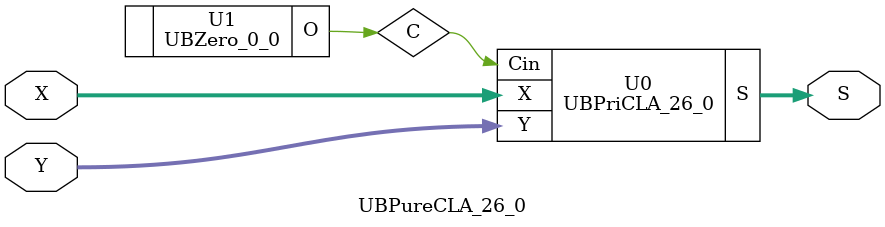
<source format=v>
/*----------------------------------------------------------------------------
  Copyright (c) 2021 Homma laboratory. All rights reserved.

  Top module: UBCLA_26_0_26_0

  Operand-1 length: 27
  Operand-2 length: 27
  Two-operand addition algorithm: Carry look-ahead adder
----------------------------------------------------------------------------*/

module GPGenerator(Go, Po, A, B);
  output Go;
  output Po;
  input A;
  input B;
  assign Go = A & B;
  assign Po = A ^ B;
endmodule

module CLAUnit_27(C, G, P, Cin);
  output [27:1] C;
  input Cin;
  input [26:0] G;
  input [26:0] P;
  assign C[1] = G[0] | ( P[0] & Cin );
  assign C[2] = G[1] | ( P[1] & G[0] ) | ( P[1] & P[0] & Cin );
  assign C[3] = G[2] | ( P[2] & G[1] ) | ( P[2] & P[1] & G[0] ) | ( P[2] & P[1] & P[0] & Cin );
  assign C[4] = G[3] | ( P[3] & G[2] ) | ( P[3] & P[2] & G[1] ) | ( P[3] & P[2] & P[1] & G[0] ) | ( P[3] & P[2] & P[1] & P[0] & Cin );
  assign C[5] = G[4] | ( P[4] & G[3] ) | ( P[4] & P[3] & G[2] ) | ( P[4] & P[3] & P[2] & G[1] ) | ( P[4] & P[3] & P[2] & P[1] & G[0] ) | ( P[4] & P[3] & P[2] & P[1] & P[0] & Cin );
  assign C[6] = G[5] | ( P[5] & G[4] ) | ( P[5] & P[4] & G[3] ) | ( P[5] & P[4] & P[3] & G[2] ) | ( P[5] & P[4] & P[3] & P[2] & G[1] ) | ( P[5] & P[4] & P[3] & P[2] & P[1] & G[0] ) | ( P[5] & P[4] & P[3]
 & P[2] & P[1] & P[0] & Cin );
  assign C[7] = G[6] | ( P[6] & G[5] ) | ( P[6] & P[5] & G[4] ) | ( P[6] & P[5] & P[4] & G[3] ) | ( P[6] & P[5] & P[4] & P[3] & G[2] ) | ( P[6] & P[5] & P[4] & P[3] & P[2] & G[1] ) | ( P[6] & P[5] & P[4]
 & P[3] & P[2] & P[1] & G[0] ) | ( P[6] & P[5] & P[4] & P[3] & P[2] & P[1] & P[0] & Cin );
  assign C[8] = G[7] | ( P[7] & G[6] ) | ( P[7] & P[6] & G[5] ) | ( P[7] & P[6] & P[5] & G[4] ) | ( P[7] & P[6] & P[5] & P[4] & G[3] ) | ( P[7] & P[6] & P[5] & P[4] & P[3] & G[2] ) | ( P[7] & P[6] & P[5]
 & P[4] & P[3] & P[2] & G[1] ) | ( P[7] & P[6] & P[5] & P[4] & P[3] & P[2] & P[1] & G[0] ) | ( P[7] & P[6] & P[5] & P[4] & P[3] & P[2] & P[1] & P[0] & Cin );
  assign C[9] = G[8] | ( P[8] & G[7] ) | ( P[8] & P[7] & G[6] ) | ( P[8] & P[7] & P[6] & G[5] ) | ( P[8] & P[7] & P[6] & P[5] & G[4] ) | ( P[8] & P[7] & P[6] & P[5] & P[4] & G[3] ) | ( P[8] & P[7] & P[6]
 & P[5] & P[4] & P[3] & G[2] ) | ( P[8] & P[7] & P[6] & P[5] & P[4] & P[3] & P[2] & G[1] ) | ( P[8] & P[7] & P[6] & P[5] & P[4] & P[3] & P[2] & P[1] & G[0] ) | ( P[8] & P[7] & P[6] & P[5] & P[4] & P[3]
 & P[2] & P[1] & P[0] & Cin );
  assign C[10] = G[9] | ( P[9] & G[8] ) | ( P[9] & P[8] & G[7] ) | ( P[9] & P[8] & P[7] & G[6] ) | ( P[9] & P[8] & P[7] & P[6] & G[5] ) | ( P[9] & P[8] & P[7] & P[6] & P[5] & G[4] ) | ( P[9] & P[8] & P[7]
 & P[6] & P[5] & P[4] & G[3] ) | ( P[9] & P[8] & P[7] & P[6] & P[5] & P[4] & P[3] & G[2] ) | ( P[9] & P[8] & P[7] & P[6] & P[5] & P[4] & P[3] & P[2] & G[1] ) | ( P[9] & P[8] & P[7] & P[6] & P[5] & P[4]
 & P[3] & P[2] & P[1] & G[0] ) | ( P[9] & P[8] & P[7] & P[6] & P[5] & P[4] & P[3] & P[2] & P[1] & P[0] & Cin );
  assign C[11] = G[10] | ( P[10] & G[9] ) | ( P[10] & P[9] & G[8] ) | ( P[10] & P[9] & P[8] & G[7] ) | ( P[10] & P[9] & P[8] & P[7] & G[6] ) | ( P[10] & P[9] & P[8] & P[7] & P[6] & G[5] ) | ( P[10] & P[9]
 & P[8] & P[7] & P[6] & P[5] & G[4] ) | ( P[10] & P[9] & P[8] & P[7] & P[6] & P[5] & P[4] & G[3] ) | ( P[10] & P[9] & P[8] & P[7] & P[6] & P[5] & P[4] & P[3] & G[2] ) | ( P[10] & P[9] & P[8] & P[7] & P[6]
 & P[5] & P[4] & P[3] & P[2] & G[1] ) | ( P[10] & P[9] & P[8] & P[7] & P[6] & P[5] & P[4] & P[3] & P[2] & P[1] & G[0] ) | ( P[10] & P[9] & P[8] & P[7] & P[6] & P[5] & P[4] & P[3] & P[2] & P[1] & P[0] &
 Cin );
  assign C[12] = G[11] | ( P[11] & G[10] ) | ( P[11] & P[10] & G[9] ) | ( P[11] & P[10] & P[9] & G[8] ) | ( P[11] & P[10] & P[9] & P[8] & G[7] ) | ( P[11] & P[10] & P[9] & P[8] & P[7] & G[6] ) | ( P[11]
 & P[10] & P[9] & P[8] & P[7] & P[6] & G[5] ) | ( P[11] & P[10] & P[9] & P[8] & P[7] & P[6] & P[5] & G[4] ) | ( P[11] & P[10] & P[9] & P[8] & P[7] & P[6] & P[5] & P[4] & G[3] ) | ( P[11] & P[10] & P[9]
 & P[8] & P[7] & P[6] & P[5] & P[4] & P[3] & G[2] ) | ( P[11] & P[10] & P[9] & P[8] & P[7] & P[6] & P[5] & P[4] & P[3] & P[2] & G[1] ) | ( P[11] & P[10] & P[9] & P[8] & P[7] & P[6] & P[5] & P[4] & P[3]
 & P[2] & P[1] & G[0] ) | ( P[11] & P[10] & P[9] & P[8] & P[7] & P[6] & P[5] & P[4] & P[3] & P[2] & P[1] & P[0] & Cin );
  assign C[13] = G[12] | ( P[12] & G[11] ) | ( P[12] & P[11] & G[10] ) | ( P[12] & P[11] & P[10] & G[9] ) | ( P[12] & P[11] & P[10] & P[9] & G[8] ) | ( P[12] & P[11] & P[10] & P[9] & P[8] & G[7] ) | ( P[12]
 & P[11] & P[10] & P[9] & P[8] & P[7] & G[6] ) | ( P[12] & P[11] & P[10] & P[9] & P[8] & P[7] & P[6] & G[5] ) | ( P[12] & P[11] & P[10] & P[9] & P[8] & P[7] & P[6] & P[5] & G[4] ) | ( P[12] & P[11] & P[10]
 & P[9] & P[8] & P[7] & P[6] & P[5] & P[4] & G[3] ) | ( P[12] & P[11] & P[10] & P[9] & P[8] & P[7] & P[6] & P[5] & P[4] & P[3] & G[2] ) | ( P[12] & P[11] & P[10] & P[9] & P[8] & P[7] & P[6] & P[5] & P[4]
 & P[3] & P[2] & G[1] ) | ( P[12] & P[11] & P[10] & P[9] & P[8] & P[7] & P[6] & P[5] & P[4] & P[3] & P[2] & P[1] & G[0] ) | ( P[12] & P[11] & P[10] & P[9] & P[8] & P[7] & P[6] & P[5] & P[4] & P[3] & P[2]
 & P[1] & P[0] & Cin );
  assign C[14] = G[13] | ( P[13] & G[12] ) | ( P[13] & P[12] & G[11] ) | ( P[13] & P[12] & P[11] & G[10] ) | ( P[13] & P[12] & P[11] & P[10] & G[9] ) | ( P[13] & P[12] & P[11] & P[10] & P[9] & G[8] ) |
 ( P[13] & P[12] & P[11] & P[10] & P[9] & P[8] & G[7] ) | ( P[13] & P[12] & P[11] & P[10] & P[9] & P[8] & P[7] & G[6] ) | ( P[13] & P[12] & P[11] & P[10] & P[9] & P[8] & P[7] & P[6] & G[5] ) | ( P[13] &
 P[12] & P[11] & P[10] & P[9] & P[8] & P[7] & P[6] & P[5] & G[4] ) | ( P[13] & P[12] & P[11] & P[10] & P[9] & P[8] & P[7] & P[6] & P[5] & P[4] & G[3] ) | ( P[13] & P[12] & P[11] & P[10] & P[9] & P[8] &
 P[7] & P[6] & P[5] & P[4] & P[3] & G[2] ) | ( P[13] & P[12] & P[11] & P[10] & P[9] & P[8] & P[7] & P[6] & P[5] & P[4] & P[3] & P[2] & G[1] ) | ( P[13] & P[12] & P[11] & P[10] & P[9] & P[8] & P[7] & P[6]
 & P[5] & P[4] & P[3] & P[2] & P[1] & G[0] ) | ( P[13] & P[12] & P[11] & P[10] & P[9] & P[8] & P[7] & P[6] & P[5] & P[4] & P[3] & P[2] & P[1] & P[0] & Cin );
  assign C[15] = G[14] | ( P[14] & G[13] ) | ( P[14] & P[13] & G[12] ) | ( P[14] & P[13] & P[12] & G[11] ) | ( P[14] & P[13] & P[12] & P[11] & G[10] ) | ( P[14] & P[13] & P[12] & P[11] & P[10] & G[9] )
 | ( P[14] & P[13] & P[12] & P[11] & P[10] & P[9] & G[8] ) | ( P[14] & P[13] & P[12] & P[11] & P[10] & P[9] & P[8] & G[7] ) | ( P[14] & P[13] & P[12] & P[11] & P[10] & P[9] & P[8] & P[7] & G[6] ) | ( P[14]
 & P[13] & P[12] & P[11] & P[10] & P[9] & P[8] & P[7] & P[6] & G[5] ) | ( P[14] & P[13] & P[12] & P[11] & P[10] & P[9] & P[8] & P[7] & P[6] & P[5] & G[4] ) | ( P[14] & P[13] & P[12] & P[11] & P[10] & P[9]
 & P[8] & P[7] & P[6] & P[5] & P[4] & G[3] ) | ( P[14] & P[13] & P[12] & P[11] & P[10] & P[9] & P[8] & P[7] & P[6] & P[5] & P[4] & P[3] & G[2] ) | ( P[14] & P[13] & P[12] & P[11] & P[10] & P[9] & P[8] &
 P[7] & P[6] & P[5] & P[4] & P[3] & P[2] & G[1] ) | ( P[14] & P[13] & P[12] & P[11] & P[10] & P[9] & P[8] & P[7] & P[6] & P[5] & P[4] & P[3] & P[2] & P[1] & G[0] ) | ( P[14] & P[13] & P[12] & P[11] & P[10]
 & P[9] & P[8] & P[7] & P[6] & P[5] & P[4] & P[3] & P[2] & P[1] & P[0] & Cin );
  assign C[16] = G[15] | ( P[15] & G[14] ) | ( P[15] & P[14] & G[13] ) | ( P[15] & P[14] & P[13] & G[12] ) | ( P[15] & P[14] & P[13] & P[12] & G[11] ) | ( P[15] & P[14] & P[13] & P[12] & P[11] & G[10] )
 | ( P[15] & P[14] & P[13] & P[12] & P[11] & P[10] & G[9] ) | ( P[15] & P[14] & P[13] & P[12] & P[11] & P[10] & P[9] & G[8] ) | ( P[15] & P[14] & P[13] & P[12] & P[11] & P[10] & P[9] & P[8] & G[7] ) | (
 P[15] & P[14] & P[13] & P[12] & P[11] & P[10] & P[9] & P[8] & P[7] & G[6] ) | ( P[15] & P[14] & P[13] & P[12] & P[11] & P[10] & P[9] & P[8] & P[7] & P[6] & G[5] ) | ( P[15] & P[14] & P[13] & P[12] & P[11]
 & P[10] & P[9] & P[8] & P[7] & P[6] & P[5] & G[4] ) | ( P[15] & P[14] & P[13] & P[12] & P[11] & P[10] & P[9] & P[8] & P[7] & P[6] & P[5] & P[4] & G[3] ) | ( P[15] & P[14] & P[13] & P[12] & P[11] & P[10]
 & P[9] & P[8] & P[7] & P[6] & P[5] & P[4] & P[3] & G[2] ) | ( P[15] & P[14] & P[13] & P[12] & P[11] & P[10] & P[9] & P[8] & P[7] & P[6] & P[5] & P[4] & P[3] & P[2] & G[1] ) | ( P[15] & P[14] & P[13] &
 P[12] & P[11] & P[10] & P[9] & P[8] & P[7] & P[6] & P[5] & P[4] & P[3] & P[2] & P[1] & G[0] ) | ( P[15] & P[14] & P[13] & P[12] & P[11] & P[10] & P[9] & P[8] & P[7] & P[6] & P[5] & P[4] & P[3] & P[2] &
 P[1] & P[0] & Cin );
  assign C[17] = G[16] | ( P[16] & G[15] ) | ( P[16] & P[15] & G[14] ) | ( P[16] & P[15] & P[14] & G[13] ) | ( P[16] & P[15] & P[14] & P[13] & G[12] ) | ( P[16] & P[15] & P[14] & P[13] & P[12] & G[11] )
 | ( P[16] & P[15] & P[14] & P[13] & P[12] & P[11] & G[10] ) | ( P[16] & P[15] & P[14] & P[13] & P[12] & P[11] & P[10] & G[9] ) | ( P[16] & P[15] & P[14] & P[13] & P[12] & P[11] & P[10] & P[9] & G[8] )
 | ( P[16] & P[15] & P[14] & P[13] & P[12] & P[11] & P[10] & P[9] & P[8] & G[7] ) | ( P[16] & P[15] & P[14] & P[13] & P[12] & P[11] & P[10] & P[9] & P[8] & P[7] & G[6] ) | ( P[16] & P[15] & P[14] & P[13]
 & P[12] & P[11] & P[10] & P[9] & P[8] & P[7] & P[6] & G[5] ) | ( P[16] & P[15] & P[14] & P[13] & P[12] & P[11] & P[10] & P[9] & P[8] & P[7] & P[6] & P[5] & G[4] ) | ( P[16] & P[15] & P[14] & P[13] & P[12]
 & P[11] & P[10] & P[9] & P[8] & P[7] & P[6] & P[5] & P[4] & G[3] ) | ( P[16] & P[15] & P[14] & P[13] & P[12] & P[11] & P[10] & P[9] & P[8] & P[7] & P[6] & P[5] & P[4] & P[3] & G[2] ) | ( P[16] & P[15]
 & P[14] & P[13] & P[12] & P[11] & P[10] & P[9] & P[8] & P[7] & P[6] & P[5] & P[4] & P[3] & P[2] & G[1] ) | ( P[16] & P[15] & P[14] & P[13] & P[12] & P[11] & P[10] & P[9] & P[8] & P[7] & P[6] & P[5] & P[4]
 & P[3] & P[2] & P[1] & G[0] ) | ( P[16] & P[15] & P[14] & P[13] & P[12] & P[11] & P[10] & P[9] & P[8] & P[7] & P[6] & P[5] & P[4] & P[3] & P[2] & P[1] & P[0] & Cin );
  assign C[18] = G[17] | ( P[17] & G[16] ) | ( P[17] & P[16] & G[15] ) | ( P[17] & P[16] & P[15] & G[14] ) | ( P[17] & P[16] & P[15] & P[14] & G[13] ) | ( P[17] & P[16] & P[15] & P[14] & P[13] & G[12] )
 | ( P[17] & P[16] & P[15] & P[14] & P[13] & P[12] & G[11] ) | ( P[17] & P[16] & P[15] & P[14] & P[13] & P[12] & P[11] & G[10] ) | ( P[17] & P[16] & P[15] & P[14] & P[13] & P[12] & P[11] & P[10] & G[9]
 ) | ( P[17] & P[16] & P[15] & P[14] & P[13] & P[12] & P[11] & P[10] & P[9] & G[8] ) | ( P[17] & P[16] & P[15] & P[14] & P[13] & P[12] & P[11] & P[10] & P[9] & P[8] & G[7] ) | ( P[17] & P[16] & P[15] &
 P[14] & P[13] & P[12] & P[11] & P[10] & P[9] & P[8] & P[7] & G[6] ) | ( P[17] & P[16] & P[15] & P[14] & P[13] & P[12] & P[11] & P[10] & P[9] & P[8] & P[7] & P[6] & G[5] ) | ( P[17] & P[16] & P[15] & P[14]
 & P[13] & P[12] & P[11] & P[10] & P[9] & P[8] & P[7] & P[6] & P[5] & G[4] ) | ( P[17] & P[16] & P[15] & P[14] & P[13] & P[12] & P[11] & P[10] & P[9] & P[8] & P[7] & P[6] & P[5] & P[4] & G[3] ) | ( P[17]
 & P[16] & P[15] & P[14] & P[13] & P[12] & P[11] & P[10] & P[9] & P[8] & P[7] & P[6] & P[5] & P[4] & P[3] & G[2] ) | ( P[17] & P[16] & P[15] & P[14] & P[13] & P[12] & P[11] & P[10] & P[9] & P[8] & P[7]
 & P[6] & P[5] & P[4] & P[3] & P[2] & G[1] ) | ( P[17] & P[16] & P[15] & P[14] & P[13] & P[12] & P[11] & P[10] & P[9] & P[8] & P[7] & P[6] & P[5] & P[4] & P[3] & P[2] & P[1] & G[0] ) | ( P[17] & P[16] &
 P[15] & P[14] & P[13] & P[12] & P[11] & P[10] & P[9] & P[8] & P[7] & P[6] & P[5] & P[4] & P[3] & P[2] & P[1] & P[0] & Cin );
  assign C[19] = G[18] | ( P[18] & G[17] ) | ( P[18] & P[17] & G[16] ) | ( P[18] & P[17] & P[16] & G[15] ) | ( P[18] & P[17] & P[16] & P[15] & G[14] ) | ( P[18] & P[17] & P[16] & P[15] & P[14] & G[13] )
 | ( P[18] & P[17] & P[16] & P[15] & P[14] & P[13] & G[12] ) | ( P[18] & P[17] & P[16] & P[15] & P[14] & P[13] & P[12] & G[11] ) | ( P[18] & P[17] & P[16] & P[15] & P[14] & P[13] & P[12] & P[11] & G[10]
 ) | ( P[18] & P[17] & P[16] & P[15] & P[14] & P[13] & P[12] & P[11] & P[10] & G[9] ) | ( P[18] & P[17] & P[16] & P[15] & P[14] & P[13] & P[12] & P[11] & P[10] & P[9] & G[8] ) | ( P[18] & P[17] & P[16]
 & P[15] & P[14] & P[13] & P[12] & P[11] & P[10] & P[9] & P[8] & G[7] ) | ( P[18] & P[17] & P[16] & P[15] & P[14] & P[13] & P[12] & P[11] & P[10] & P[9] & P[8] & P[7] & G[6] ) | ( P[18] & P[17] & P[16]
 & P[15] & P[14] & P[13] & P[12] & P[11] & P[10] & P[9] & P[8] & P[7] & P[6] & G[5] ) | ( P[18] & P[17] & P[16] & P[15] & P[14] & P[13] & P[12] & P[11] & P[10] & P[9] & P[8] & P[7] & P[6] & P[5] & G[4]
 ) | ( P[18] & P[17] & P[16] & P[15] & P[14] & P[13] & P[12] & P[11] & P[10] & P[9] & P[8] & P[7] & P[6] & P[5] & P[4] & G[3] ) | ( P[18] & P[17] & P[16] & P[15] & P[14] & P[13] & P[12] & P[11] & P[10]
 & P[9] & P[8] & P[7] & P[6] & P[5] & P[4] & P[3] & G[2] ) | ( P[18] & P[17] & P[16] & P[15] & P[14] & P[13] & P[12] & P[11] & P[10] & P[9] & P[8] & P[7] & P[6] & P[5] & P[4] & P[3] & P[2] & G[1] ) | (
 P[18] & P[17] & P[16] & P[15] & P[14] & P[13] & P[12] & P[11] & P[10] & P[9] & P[8] & P[7] & P[6] & P[5] & P[4] & P[3] & P[2] & P[1] & G[0] ) | ( P[18] & P[17] & P[16] & P[15] & P[14] & P[13] & P[12] &
 P[11] & P[10] & P[9] & P[8] & P[7] & P[6] & P[5] & P[4] & P[3] & P[2] & P[1] & P[0] & Cin );
  assign C[20] = G[19] | ( P[19] & G[18] ) | ( P[19] & P[18] & G[17] ) | ( P[19] & P[18] & P[17] & G[16] ) | ( P[19] & P[18] & P[17] & P[16] & G[15] ) | ( P[19] & P[18] & P[17] & P[16] & P[15] & G[14] )
 | ( P[19] & P[18] & P[17] & P[16] & P[15] & P[14] & G[13] ) | ( P[19] & P[18] & P[17] & P[16] & P[15] & P[14] & P[13] & G[12] ) | ( P[19] & P[18] & P[17] & P[16] & P[15] & P[14] & P[13] & P[12] & G[11]
 ) | ( P[19] & P[18] & P[17] & P[16] & P[15] & P[14] & P[13] & P[12] & P[11] & G[10] ) | ( P[19] & P[18] & P[17] & P[16] & P[15] & P[14] & P[13] & P[12] & P[11] & P[10] & G[9] ) | ( P[19] & P[18] & P[17]
 & P[16] & P[15] & P[14] & P[13] & P[12] & P[11] & P[10] & P[9] & G[8] ) | ( P[19] & P[18] & P[17] & P[16] & P[15] & P[14] & P[13] & P[12] & P[11] & P[10] & P[9] & P[8] & G[7] ) | ( P[19] & P[18] & P[17]
 & P[16] & P[15] & P[14] & P[13] & P[12] & P[11] & P[10] & P[9] & P[8] & P[7] & G[6] ) | ( P[19] & P[18] & P[17] & P[16] & P[15] & P[14] & P[13] & P[12] & P[11] & P[10] & P[9] & P[8] & P[7] & P[6] & G[5]
 ) | ( P[19] & P[18] & P[17] & P[16] & P[15] & P[14] & P[13] & P[12] & P[11] & P[10] & P[9] & P[8] & P[7] & P[6] & P[5] & G[4] ) | ( P[19] & P[18] & P[17] & P[16] & P[15] & P[14] & P[13] & P[12] & P[11]
 & P[10] & P[9] & P[8] & P[7] & P[6] & P[5] & P[4] & G[3] ) | ( P[19] & P[18] & P[17] & P[16] & P[15] & P[14] & P[13] & P[12] & P[11] & P[10] & P[9] & P[8] & P[7] & P[6] & P[5] & P[4] & P[3] & G[2] ) |
 ( P[19] & P[18] & P[17] & P[16] & P[15] & P[14] & P[13] & P[12] & P[11] & P[10] & P[9] & P[8] & P[7] & P[6] & P[5] & P[4] & P[3] & P[2] & G[1] ) | ( P[19] & P[18] & P[17] & P[16] & P[15] & P[14] & P[13]
 & P[12] & P[11] & P[10] & P[9] & P[8] & P[7] & P[6] & P[5] & P[4] & P[3] & P[2] & P[1] & G[0] ) | ( P[19] & P[18] & P[17] & P[16] & P[15] & P[14] & P[13] & P[12] & P[11] & P[10] & P[9] & P[8] & P[7] &
 P[6] & P[5] & P[4] & P[3] & P[2] & P[1] & P[0] & Cin );
  assign C[21] = G[20] | ( P[20] & G[19] ) | ( P[20] & P[19] & G[18] ) | ( P[20] & P[19] & P[18] & G[17] ) | ( P[20] & P[19] & P[18] & P[17] & G[16] ) | ( P[20] & P[19] & P[18] & P[17] & P[16] & G[15] )
 | ( P[20] & P[19] & P[18] & P[17] & P[16] & P[15] & G[14] ) | ( P[20] & P[19] & P[18] & P[17] & P[16] & P[15] & P[14] & G[13] ) | ( P[20] & P[19] & P[18] & P[17] & P[16] & P[15] & P[14] & P[13] & G[12]
 ) | ( P[20] & P[19] & P[18] & P[17] & P[16] & P[15] & P[14] & P[13] & P[12] & G[11] ) | ( P[20] & P[19] & P[18] & P[17] & P[16] & P[15] & P[14] & P[13] & P[12] & P[11] & G[10] ) | ( P[20] & P[19] & P[18]
 & P[17] & P[16] & P[15] & P[14] & P[13] & P[12] & P[11] & P[10] & G[9] ) | ( P[20] & P[19] & P[18] & P[17] & P[16] & P[15] & P[14] & P[13] & P[12] & P[11] & P[10] & P[9] & G[8] ) | ( P[20] & P[19] & P[18]
 & P[17] & P[16] & P[15] & P[14] & P[13] & P[12] & P[11] & P[10] & P[9] & P[8] & G[7] ) | ( P[20] & P[19] & P[18] & P[17] & P[16] & P[15] & P[14] & P[13] & P[12] & P[11] & P[10] & P[9] & P[8] & P[7] & G[6]
 ) | ( P[20] & P[19] & P[18] & P[17] & P[16] & P[15] & P[14] & P[13] & P[12] & P[11] & P[10] & P[9] & P[8] & P[7] & P[6] & G[5] ) | ( P[20] & P[19] & P[18] & P[17] & P[16] & P[15] & P[14] & P[13] & P[12]
 & P[11] & P[10] & P[9] & P[8] & P[7] & P[6] & P[5] & G[4] ) | ( P[20] & P[19] & P[18] & P[17] & P[16] & P[15] & P[14] & P[13] & P[12] & P[11] & P[10] & P[9] & P[8] & P[7] & P[6] & P[5] & P[4] & G[3] )
 | ( P[20] & P[19] & P[18] & P[17] & P[16] & P[15] & P[14] & P[13] & P[12] & P[11] & P[10] & P[9] & P[8] & P[7] & P[6] & P[5] & P[4] & P[3] & G[2] ) | ( P[20] & P[19] & P[18] & P[17] & P[16] & P[15] & P[14]
 & P[13] & P[12] & P[11] & P[10] & P[9] & P[8] & P[7] & P[6] & P[5] & P[4] & P[3] & P[2] & G[1] ) | ( P[20] & P[19] & P[18] & P[17] & P[16] & P[15] & P[14] & P[13] & P[12] & P[11] & P[10] & P[9] & P[8]
 & P[7] & P[6] & P[5] & P[4] & P[3] & P[2] & P[1] & G[0] ) | ( P[20] & P[19] & P[18] & P[17] & P[16] & P[15] & P[14] & P[13] & P[12] & P[11] & P[10] & P[9] & P[8] & P[7] & P[6] & P[5] & P[4] & P[3] & P[2]
 & P[1] & P[0] & Cin );
  assign C[22] = G[21] | ( P[21] & G[20] ) | ( P[21] & P[20] & G[19] ) | ( P[21] & P[20] & P[19] & G[18] ) | ( P[21] & P[20] & P[19] & P[18] & G[17] ) | ( P[21] & P[20] & P[19] & P[18] & P[17] & G[16] )
 | ( P[21] & P[20] & P[19] & P[18] & P[17] & P[16] & G[15] ) | ( P[21] & P[20] & P[19] & P[18] & P[17] & P[16] & P[15] & G[14] ) | ( P[21] & P[20] & P[19] & P[18] & P[17] & P[16] & P[15] & P[14] & G[13]
 ) | ( P[21] & P[20] & P[19] & P[18] & P[17] & P[16] & P[15] & P[14] & P[13] & G[12] ) | ( P[21] & P[20] & P[19] & P[18] & P[17] & P[16] & P[15] & P[14] & P[13] & P[12] & G[11] ) | ( P[21] & P[20] & P[19]
 & P[18] & P[17] & P[16] & P[15] & P[14] & P[13] & P[12] & P[11] & G[10] ) | ( P[21] & P[20] & P[19] & P[18] & P[17] & P[16] & P[15] & P[14] & P[13] & P[12] & P[11] & P[10] & G[9] ) | ( P[21] & P[20] &
 P[19] & P[18] & P[17] & P[16] & P[15] & P[14] & P[13] & P[12] & P[11] & P[10] & P[9] & G[8] ) | ( P[21] & P[20] & P[19] & P[18] & P[17] & P[16] & P[15] & P[14] & P[13] & P[12] & P[11] & P[10] & P[9] &
 P[8] & G[7] ) | ( P[21] & P[20] & P[19] & P[18] & P[17] & P[16] & P[15] & P[14] & P[13] & P[12] & P[11] & P[10] & P[9] & P[8] & P[7] & G[6] ) | ( P[21] & P[20] & P[19] & P[18] & P[17] & P[16] & P[15] &
 P[14] & P[13] & P[12] & P[11] & P[10] & P[9] & P[8] & P[7] & P[6] & G[5] ) | ( P[21] & P[20] & P[19] & P[18] & P[17] & P[16] & P[15] & P[14] & P[13] & P[12] & P[11] & P[10] & P[9] & P[8] & P[7] & P[6]
 & P[5] & G[4] ) | ( P[21] & P[20] & P[19] & P[18] & P[17] & P[16] & P[15] & P[14] & P[13] & P[12] & P[11] & P[10] & P[9] & P[8] & P[7] & P[6] & P[5] & P[4] & G[3] ) | ( P[21] & P[20] & P[19] & P[18] &
 P[17] & P[16] & P[15] & P[14] & P[13] & P[12] & P[11] & P[10] & P[9] & P[8] & P[7] & P[6] & P[5] & P[4] & P[3] & G[2] ) | ( P[21] & P[20] & P[19] & P[18] & P[17] & P[16] & P[15] & P[14] & P[13] & P[12]
 & P[11] & P[10] & P[9] & P[8] & P[7] & P[6] & P[5] & P[4] & P[3] & P[2] & G[1] ) | ( P[21] & P[20] & P[19] & P[18] & P[17] & P[16] & P[15] & P[14] & P[13] & P[12] & P[11] & P[10] & P[9] & P[8] & P[7] &
 P[6] & P[5] & P[4] & P[3] & P[2] & P[1] & G[0] ) | ( P[21] & P[20] & P[19] & P[18] & P[17] & P[16] & P[15] & P[14] & P[13] & P[12] & P[11] & P[10] & P[9] & P[8] & P[7] & P[6] & P[5] & P[4] & P[3] & P[2]
 & P[1] & P[0] & Cin );
  assign C[23] = G[22] | ( P[22] & G[21] ) | ( P[22] & P[21] & G[20] ) | ( P[22] & P[21] & P[20] & G[19] ) | ( P[22] & P[21] & P[20] & P[19] & G[18] ) | ( P[22] & P[21] & P[20] & P[19] & P[18] & G[17] )
 | ( P[22] & P[21] & P[20] & P[19] & P[18] & P[17] & G[16] ) | ( P[22] & P[21] & P[20] & P[19] & P[18] & P[17] & P[16] & G[15] ) | ( P[22] & P[21] & P[20] & P[19] & P[18] & P[17] & P[16] & P[15] & G[14]
 ) | ( P[22] & P[21] & P[20] & P[19] & P[18] & P[17] & P[16] & P[15] & P[14] & G[13] ) | ( P[22] & P[21] & P[20] & P[19] & P[18] & P[17] & P[16] & P[15] & P[14] & P[13] & G[12] ) | ( P[22] & P[21] & P[20]
 & P[19] & P[18] & P[17] & P[16] & P[15] & P[14] & P[13] & P[12] & G[11] ) | ( P[22] & P[21] & P[20] & P[19] & P[18] & P[17] & P[16] & P[15] & P[14] & P[13] & P[12] & P[11] & G[10] ) | ( P[22] & P[21] &
 P[20] & P[19] & P[18] & P[17] & P[16] & P[15] & P[14] & P[13] & P[12] & P[11] & P[10] & G[9] ) | ( P[22] & P[21] & P[20] & P[19] & P[18] & P[17] & P[16] & P[15] & P[14] & P[13] & P[12] & P[11] & P[10]
 & P[9] & G[8] ) | ( P[22] & P[21] & P[20] & P[19] & P[18] & P[17] & P[16] & P[15] & P[14] & P[13] & P[12] & P[11] & P[10] & P[9] & P[8] & G[7] ) | ( P[22] & P[21] & P[20] & P[19] & P[18] & P[17] & P[16]
 & P[15] & P[14] & P[13] & P[12] & P[11] & P[10] & P[9] & P[8] & P[7] & G[6] ) | ( P[22] & P[21] & P[20] & P[19] & P[18] & P[17] & P[16] & P[15] & P[14] & P[13] & P[12] & P[11] & P[10] & P[9] & P[8] & P[7]
 & P[6] & G[5] ) | ( P[22] & P[21] & P[20] & P[19] & P[18] & P[17] & P[16] & P[15] & P[14] & P[13] & P[12] & P[11] & P[10] & P[9] & P[8] & P[7] & P[6] & P[5] & G[4] ) | ( P[22] & P[21] & P[20] & P[19] &
 P[18] & P[17] & P[16] & P[15] & P[14] & P[13] & P[12] & P[11] & P[10] & P[9] & P[8] & P[7] & P[6] & P[5] & P[4] & G[3] ) | ( P[22] & P[21] & P[20] & P[19] & P[18] & P[17] & P[16] & P[15] & P[14] & P[13]
 & P[12] & P[11] & P[10] & P[9] & P[8] & P[7] & P[6] & P[5] & P[4] & P[3] & G[2] ) | ( P[22] & P[21] & P[20] & P[19] & P[18] & P[17] & P[16] & P[15] & P[14] & P[13] & P[12] & P[11] & P[10] & P[9] & P[8]
 & P[7] & P[6] & P[5] & P[4] & P[3] & P[2] & G[1] ) | ( P[22] & P[21] & P[20] & P[19] & P[18] & P[17] & P[16] & P[15] & P[14] & P[13] & P[12] & P[11] & P[10] & P[9] & P[8] & P[7] & P[6] & P[5] & P[4] &
 P[3] & P[2] & P[1] & G[0] ) | ( P[22] & P[21] & P[20] & P[19] & P[18] & P[17] & P[16] & P[15] & P[14] & P[13] & P[12] & P[11] & P[10] & P[9] & P[8] & P[7] & P[6] & P[5] & P[4] & P[3] & P[2] & P[1] & P[0]
 & Cin );
  assign C[24] = G[23] | ( P[23] & G[22] ) | ( P[23] & P[22] & G[21] ) | ( P[23] & P[22] & P[21] & G[20] ) | ( P[23] & P[22] & P[21] & P[20] & G[19] ) | ( P[23] & P[22] & P[21] & P[20] & P[19] & G[18] )
 | ( P[23] & P[22] & P[21] & P[20] & P[19] & P[18] & G[17] ) | ( P[23] & P[22] & P[21] & P[20] & P[19] & P[18] & P[17] & G[16] ) | ( P[23] & P[22] & P[21] & P[20] & P[19] & P[18] & P[17] & P[16] & G[15]
 ) | ( P[23] & P[22] & P[21] & P[20] & P[19] & P[18] & P[17] & P[16] & P[15] & G[14] ) | ( P[23] & P[22] & P[21] & P[20] & P[19] & P[18] & P[17] & P[16] & P[15] & P[14] & G[13] ) | ( P[23] & P[22] & P[21]
 & P[20] & P[19] & P[18] & P[17] & P[16] & P[15] & P[14] & P[13] & G[12] ) | ( P[23] & P[22] & P[21] & P[20] & P[19] & P[18] & P[17] & P[16] & P[15] & P[14] & P[13] & P[12] & G[11] ) | ( P[23] & P[22] &
 P[21] & P[20] & P[19] & P[18] & P[17] & P[16] & P[15] & P[14] & P[13] & P[12] & P[11] & G[10] ) | ( P[23] & P[22] & P[21] & P[20] & P[19] & P[18] & P[17] & P[16] & P[15] & P[14] & P[13] & P[12] & P[11]
 & P[10] & G[9] ) | ( P[23] & P[22] & P[21] & P[20] & P[19] & P[18] & P[17] & P[16] & P[15] & P[14] & P[13] & P[12] & P[11] & P[10] & P[9] & G[8] ) | ( P[23] & P[22] & P[21] & P[20] & P[19] & P[18] & P[17]
 & P[16] & P[15] & P[14] & P[13] & P[12] & P[11] & P[10] & P[9] & P[8] & G[7] ) | ( P[23] & P[22] & P[21] & P[20] & P[19] & P[18] & P[17] & P[16] & P[15] & P[14] & P[13] & P[12] & P[11] & P[10] & P[9] &
 P[8] & P[7] & G[6] ) | ( P[23] & P[22] & P[21] & P[20] & P[19] & P[18] & P[17] & P[16] & P[15] & P[14] & P[13] & P[12] & P[11] & P[10] & P[9] & P[8] & P[7] & P[6] & G[5] ) | ( P[23] & P[22] & P[21] & P[20]
 & P[19] & P[18] & P[17] & P[16] & P[15] & P[14] & P[13] & P[12] & P[11] & P[10] & P[9] & P[8] & P[7] & P[6] & P[5] & G[4] ) | ( P[23] & P[22] & P[21] & P[20] & P[19] & P[18] & P[17] & P[16] & P[15] & P[14]
 & P[13] & P[12] & P[11] & P[10] & P[9] & P[8] & P[7] & P[6] & P[5] & P[4] & G[3] ) | ( P[23] & P[22] & P[21] & P[20] & P[19] & P[18] & P[17] & P[16] & P[15] & P[14] & P[13] & P[12] & P[11] & P[10] & P[9]
 & P[8] & P[7] & P[6] & P[5] & P[4] & P[3] & G[2] ) | ( P[23] & P[22] & P[21] & P[20] & P[19] & P[18] & P[17] & P[16] & P[15] & P[14] & P[13] & P[12] & P[11] & P[10] & P[9] & P[8] & P[7] & P[6] & P[5] &
 P[4] & P[3] & P[2] & G[1] ) | ( P[23] & P[22] & P[21] & P[20] & P[19] & P[18] & P[17] & P[16] & P[15] & P[14] & P[13] & P[12] & P[11] & P[10] & P[9] & P[8] & P[7] & P[6] & P[5] & P[4] & P[3] & P[2] & P[1]
 & G[0] ) | ( P[23] & P[22] & P[21] & P[20] & P[19] & P[18] & P[17] & P[16] & P[15] & P[14] & P[13] & P[12] & P[11] & P[10] & P[9] & P[8] & P[7] & P[6] & P[5] & P[4] & P[3] & P[2] & P[1] & P[0] & Cin );
  assign C[25] = G[24] | ( P[24] & G[23] ) | ( P[24] & P[23] & G[22] ) | ( P[24] & P[23] & P[22] & G[21] ) | ( P[24] & P[23] & P[22] & P[21] & G[20] ) | ( P[24] & P[23] & P[22] & P[21] & P[20] & G[19] )
 | ( P[24] & P[23] & P[22] & P[21] & P[20] & P[19] & G[18] ) | ( P[24] & P[23] & P[22] & P[21] & P[20] & P[19] & P[18] & G[17] ) | ( P[24] & P[23] & P[22] & P[21] & P[20] & P[19] & P[18] & P[17] & G[16]
 ) | ( P[24] & P[23] & P[22] & P[21] & P[20] & P[19] & P[18] & P[17] & P[16] & G[15] ) | ( P[24] & P[23] & P[22] & P[21] & P[20] & P[19] & P[18] & P[17] & P[16] & P[15] & G[14] ) | ( P[24] & P[23] & P[22]
 & P[21] & P[20] & P[19] & P[18] & P[17] & P[16] & P[15] & P[14] & G[13] ) | ( P[24] & P[23] & P[22] & P[21] & P[20] & P[19] & P[18] & P[17] & P[16] & P[15] & P[14] & P[13] & G[12] ) | ( P[24] & P[23] &
 P[22] & P[21] & P[20] & P[19] & P[18] & P[17] & P[16] & P[15] & P[14] & P[13] & P[12] & G[11] ) | ( P[24] & P[23] & P[22] & P[21] & P[20] & P[19] & P[18] & P[17] & P[16] & P[15] & P[14] & P[13] & P[12]
 & P[11] & G[10] ) | ( P[24] & P[23] & P[22] & P[21] & P[20] & P[19] & P[18] & P[17] & P[16] & P[15] & P[14] & P[13] & P[12] & P[11] & P[10] & G[9] ) | ( P[24] & P[23] & P[22] & P[21] & P[20] & P[19] &
 P[18] & P[17] & P[16] & P[15] & P[14] & P[13] & P[12] & P[11] & P[10] & P[9] & G[8] ) | ( P[24] & P[23] & P[22] & P[21] & P[20] & P[19] & P[18] & P[17] & P[16] & P[15] & P[14] & P[13] & P[12] & P[11] &
 P[10] & P[9] & P[8] & G[7] ) | ( P[24] & P[23] & P[22] & P[21] & P[20] & P[19] & P[18] & P[17] & P[16] & P[15] & P[14] & P[13] & P[12] & P[11] & P[10] & P[9] & P[8] & P[7] & G[6] ) | ( P[24] & P[23] &
 P[22] & P[21] & P[20] & P[19] & P[18] & P[17] & P[16] & P[15] & P[14] & P[13] & P[12] & P[11] & P[10] & P[9] & P[8] & P[7] & P[6] & G[5] ) | ( P[24] & P[23] & P[22] & P[21] & P[20] & P[19] & P[18] & P[17]
 & P[16] & P[15] & P[14] & P[13] & P[12] & P[11] & P[10] & P[9] & P[8] & P[7] & P[6] & P[5] & G[4] ) | ( P[24] & P[23] & P[22] & P[21] & P[20] & P[19] & P[18] & P[17] & P[16] & P[15] & P[14] & P[13] & P[12]
 & P[11] & P[10] & P[9] & P[8] & P[7] & P[6] & P[5] & P[4] & G[3] ) | ( P[24] & P[23] & P[22] & P[21] & P[20] & P[19] & P[18] & P[17] & P[16] & P[15] & P[14] & P[13] & P[12] & P[11] & P[10] & P[9] & P[8]
 & P[7] & P[6] & P[5] & P[4] & P[3] & G[2] ) | ( P[24] & P[23] & P[22] & P[21] & P[20] & P[19] & P[18] & P[17] & P[16] & P[15] & P[14] & P[13] & P[12] & P[11] & P[10] & P[9] & P[8] & P[7] & P[6] & P[5]
 & P[4] & P[3] & P[2] & G[1] ) | ( P[24] & P[23] & P[22] & P[21] & P[20] & P[19] & P[18] & P[17] & P[16] & P[15] & P[14] & P[13] & P[12] & P[11] & P[10] & P[9] & P[8] & P[7] & P[6] & P[5] & P[4] & P[3]
 & P[2] & P[1] & G[0] ) | ( P[24] & P[23] & P[22] & P[21] & P[20] & P[19] & P[18] & P[17] & P[16] & P[15] & P[14] & P[13] & P[12] & P[11] & P[10] & P[9] & P[8] & P[7] & P[6] & P[5] & P[4] & P[3] & P[2]
 & P[1] & P[0] & Cin );
  assign C[26] = G[25] | ( P[25] & G[24] ) | ( P[25] & P[24] & G[23] ) | ( P[25] & P[24] & P[23] & G[22] ) | ( P[25] & P[24] & P[23] & P[22] & G[21] ) | ( P[25] & P[24] & P[23] & P[22] & P[21] & G[20] )
 | ( P[25] & P[24] & P[23] & P[22] & P[21] & P[20] & G[19] ) | ( P[25] & P[24] & P[23] & P[22] & P[21] & P[20] & P[19] & G[18] ) | ( P[25] & P[24] & P[23] & P[22] & P[21] & P[20] & P[19] & P[18] & G[17]
 ) | ( P[25] & P[24] & P[23] & P[22] & P[21] & P[20] & P[19] & P[18] & P[17] & G[16] ) | ( P[25] & P[24] & P[23] & P[22] & P[21] & P[20] & P[19] & P[18] & P[17] & P[16] & G[15] ) | ( P[25] & P[24] & P[23]
 & P[22] & P[21] & P[20] & P[19] & P[18] & P[17] & P[16] & P[15] & G[14] ) | ( P[25] & P[24] & P[23] & P[22] & P[21] & P[20] & P[19] & P[18] & P[17] & P[16] & P[15] & P[14] & G[13] ) | ( P[25] & P[24] &
 P[23] & P[22] & P[21] & P[20] & P[19] & P[18] & P[17] & P[16] & P[15] & P[14] & P[13] & G[12] ) | ( P[25] & P[24] & P[23] & P[22] & P[21] & P[20] & P[19] & P[18] & P[17] & P[16] & P[15] & P[14] & P[13]
 & P[12] & G[11] ) | ( P[25] & P[24] & P[23] & P[22] & P[21] & P[20] & P[19] & P[18] & P[17] & P[16] & P[15] & P[14] & P[13] & P[12] & P[11] & G[10] ) | ( P[25] & P[24] & P[23] & P[22] & P[21] & P[20] &
 P[19] & P[18] & P[17] & P[16] & P[15] & P[14] & P[13] & P[12] & P[11] & P[10] & G[9] ) | ( P[25] & P[24] & P[23] & P[22] & P[21] & P[20] & P[19] & P[18] & P[17] & P[16] & P[15] & P[14] & P[13] & P[12]
 & P[11] & P[10] & P[9] & G[8] ) | ( P[25] & P[24] & P[23] & P[22] & P[21] & P[20] & P[19] & P[18] & P[17] & P[16] & P[15] & P[14] & P[13] & P[12] & P[11] & P[10] & P[9] & P[8] & G[7] ) | ( P[25] & P[24]
 & P[23] & P[22] & P[21] & P[20] & P[19] & P[18] & P[17] & P[16] & P[15] & P[14] & P[13] & P[12] & P[11] & P[10] & P[9] & P[8] & P[7] & G[6] ) | ( P[25] & P[24] & P[23] & P[22] & P[21] & P[20] & P[19] &
 P[18] & P[17] & P[16] & P[15] & P[14] & P[13] & P[12] & P[11] & P[10] & P[9] & P[8] & P[7] & P[6] & G[5] ) | ( P[25] & P[24] & P[23] & P[22] & P[21] & P[20] & P[19] & P[18] & P[17] & P[16] & P[15] & P[14]
 & P[13] & P[12] & P[11] & P[10] & P[9] & P[8] & P[7] & P[6] & P[5] & G[4] ) | ( P[25] & P[24] & P[23] & P[22] & P[21] & P[20] & P[19] & P[18] & P[17] & P[16] & P[15] & P[14] & P[13] & P[12] & P[11] & P[10]
 & P[9] & P[8] & P[7] & P[6] & P[5] & P[4] & G[3] ) | ( P[25] & P[24] & P[23] & P[22] & P[21] & P[20] & P[19] & P[18] & P[17] & P[16] & P[15] & P[14] & P[13] & P[12] & P[11] & P[10] & P[9] & P[8] & P[7]
 & P[6] & P[5] & P[4] & P[3] & G[2] ) | ( P[25] & P[24] & P[23] & P[22] & P[21] & P[20] & P[19] & P[18] & P[17] & P[16] & P[15] & P[14] & P[13] & P[12] & P[11] & P[10] & P[9] & P[8] & P[7] & P[6] & P[5]
 & P[4] & P[3] & P[2] & G[1] ) | ( P[25] & P[24] & P[23] & P[22] & P[21] & P[20] & P[19] & P[18] & P[17] & P[16] & P[15] & P[14] & P[13] & P[12] & P[11] & P[10] & P[9] & P[8] & P[7] & P[6] & P[5] & P[4]
 & P[3] & P[2] & P[1] & G[0] ) | ( P[25] & P[24] & P[23] & P[22] & P[21] & P[20] & P[19] & P[18] & P[17] & P[16] & P[15] & P[14] & P[13] & P[12] & P[11] & P[10] & P[9] & P[8] & P[7] & P[6] & P[5] & P[4]
 & P[3] & P[2] & P[1] & P[0] & Cin );
  assign C[27] = G[26] | ( P[26] & G[25] ) | ( P[26] & P[25] & G[24] ) | ( P[26] & P[25] & P[24] & G[23] ) | ( P[26] & P[25] & P[24] & P[23] & G[22] ) | ( P[26] & P[25] & P[24] & P[23] & P[22] & G[21] )
 | ( P[26] & P[25] & P[24] & P[23] & P[22] & P[21] & G[20] ) | ( P[26] & P[25] & P[24] & P[23] & P[22] & P[21] & P[20] & G[19] ) | ( P[26] & P[25] & P[24] & P[23] & P[22] & P[21] & P[20] & P[19] & G[18]
 ) | ( P[26] & P[25] & P[24] & P[23] & P[22] & P[21] & P[20] & P[19] & P[18] & G[17] ) | ( P[26] & P[25] & P[24] & P[23] & P[22] & P[21] & P[20] & P[19] & P[18] & P[17] & G[16] ) | ( P[26] & P[25] & P[24]
 & P[23] & P[22] & P[21] & P[20] & P[19] & P[18] & P[17] & P[16] & G[15] ) | ( P[26] & P[25] & P[24] & P[23] & P[22] & P[21] & P[20] & P[19] & P[18] & P[17] & P[16] & P[15] & G[14] ) | ( P[26] & P[25] &
 P[24] & P[23] & P[22] & P[21] & P[20] & P[19] & P[18] & P[17] & P[16] & P[15] & P[14] & G[13] ) | ( P[26] & P[25] & P[24] & P[23] & P[22] & P[21] & P[20] & P[19] & P[18] & P[17] & P[16] & P[15] & P[14]
 & P[13] & G[12] ) | ( P[26] & P[25] & P[24] & P[23] & P[22] & P[21] & P[20] & P[19] & P[18] & P[17] & P[16] & P[15] & P[14] & P[13] & P[12] & G[11] ) | ( P[26] & P[25] & P[24] & P[23] & P[22] & P[21] &
 P[20] & P[19] & P[18] & P[17] & P[16] & P[15] & P[14] & P[13] & P[12] & P[11] & G[10] ) | ( P[26] & P[25] & P[24] & P[23] & P[22] & P[21] & P[20] & P[19] & P[18] & P[17] & P[16] & P[15] & P[14] & P[13]
 & P[12] & P[11] & P[10] & G[9] ) | ( P[26] & P[25] & P[24] & P[23] & P[22] & P[21] & P[20] & P[19] & P[18] & P[17] & P[16] & P[15] & P[14] & P[13] & P[12] & P[11] & P[10] & P[9] & G[8] ) | ( P[26] & P[25]
 & P[24] & P[23] & P[22] & P[21] & P[20] & P[19] & P[18] & P[17] & P[16] & P[15] & P[14] & P[13] & P[12] & P[11] & P[10] & P[9] & P[8] & G[7] ) | ( P[26] & P[25] & P[24] & P[23] & P[22] & P[21] & P[20]
 & P[19] & P[18] & P[17] & P[16] & P[15] & P[14] & P[13] & P[12] & P[11] & P[10] & P[9] & P[8] & P[7] & G[6] ) | ( P[26] & P[25] & P[24] & P[23] & P[22] & P[21] & P[20] & P[19] & P[18] & P[17] & P[16] &
 P[15] & P[14] & P[13] & P[12] & P[11] & P[10] & P[9] & P[8] & P[7] & P[6] & G[5] ) | ( P[26] & P[25] & P[24] & P[23] & P[22] & P[21] & P[20] & P[19] & P[18] & P[17] & P[16] & P[15] & P[14] & P[13] & P[12]
 & P[11] & P[10] & P[9] & P[8] & P[7] & P[6] & P[5] & G[4] ) | ( P[26] & P[25] & P[24] & P[23] & P[22] & P[21] & P[20] & P[19] & P[18] & P[17] & P[16] & P[15] & P[14] & P[13] & P[12] & P[11] & P[10] & P[9]
 & P[8] & P[7] & P[6] & P[5] & P[4] & G[3] ) | ( P[26] & P[25] & P[24] & P[23] & P[22] & P[21] & P[20] & P[19] & P[18] & P[17] & P[16] & P[15] & P[14] & P[13] & P[12] & P[11] & P[10] & P[9] & P[8] & P[7]
 & P[6] & P[5] & P[4] & P[3] & G[2] ) | ( P[26] & P[25] & P[24] & P[23] & P[22] & P[21] & P[20] & P[19] & P[18] & P[17] & P[16] & P[15] & P[14] & P[13] & P[12] & P[11] & P[10] & P[9] & P[8] & P[7] & P[6]
 & P[5] & P[4] & P[3] & P[2] & G[1] ) | ( P[26] & P[25] & P[24] & P[23] & P[22] & P[21] & P[20] & P[19] & P[18] & P[17] & P[16] & P[15] & P[14] & P[13] & P[12] & P[11] & P[10] & P[9] & P[8] & P[7] & P[6]
 & P[5] & P[4] & P[3] & P[2] & P[1] & G[0] ) | ( P[26] & P[25] & P[24] & P[23] & P[22] & P[21] & P[20] & P[19] & P[18] & P[17] & P[16] & P[15] & P[14] & P[13] & P[12] & P[11] & P[10] & P[9] & P[8] & P[7]
 & P[6] & P[5] & P[4] & P[3] & P[2] & P[1] & P[0] & Cin );
endmodule

module UBPriCLA_26_0(S, X, Y, Cin);
  output [27:0] S;
  input Cin;
  input [26:0] X;
  input [26:0] Y;
  wire [27:1] C;
  wire [26:0] G;
  wire [26:0] P;
  assign S[0] = Cin ^ P[0];
  assign S[1] = C[1] ^ P[1];
  assign S[2] = C[2] ^ P[2];
  assign S[3] = C[3] ^ P[3];
  assign S[4] = C[4] ^ P[4];
  assign S[5] = C[5] ^ P[5];
  assign S[6] = C[6] ^ P[6];
  assign S[7] = C[7] ^ P[7];
  assign S[8] = C[8] ^ P[8];
  assign S[9] = C[9] ^ P[9];
  assign S[10] = C[10] ^ P[10];
  assign S[11] = C[11] ^ P[11];
  assign S[12] = C[12] ^ P[12];
  assign S[13] = C[13] ^ P[13];
  assign S[14] = C[14] ^ P[14];
  assign S[15] = C[15] ^ P[15];
  assign S[16] = C[16] ^ P[16];
  assign S[17] = C[17] ^ P[17];
  assign S[18] = C[18] ^ P[18];
  assign S[19] = C[19] ^ P[19];
  assign S[20] = C[20] ^ P[20];
  assign S[21] = C[21] ^ P[21];
  assign S[22] = C[22] ^ P[22];
  assign S[23] = C[23] ^ P[23];
  assign S[24] = C[24] ^ P[24];
  assign S[25] = C[25] ^ P[25];
  assign S[26] = C[26] ^ P[26];
  assign S[27] = C[27];
  GPGenerator U0 (G[0], P[0], X[0], Y[0]);
  GPGenerator U1 (G[1], P[1], X[1], Y[1]);
  GPGenerator U2 (G[2], P[2], X[2], Y[2]);
  GPGenerator U3 (G[3], P[3], X[3], Y[3]);
  GPGenerator U4 (G[4], P[4], X[4], Y[4]);
  GPGenerator U5 (G[5], P[5], X[5], Y[5]);
  GPGenerator U6 (G[6], P[6], X[6], Y[6]);
  GPGenerator U7 (G[7], P[7], X[7], Y[7]);
  GPGenerator U8 (G[8], P[8], X[8], Y[8]);
  GPGenerator U9 (G[9], P[9], X[9], Y[9]);
  GPGenerator U10 (G[10], P[10], X[10], Y[10]);
  GPGenerator U11 (G[11], P[11], X[11], Y[11]);
  GPGenerator U12 (G[12], P[12], X[12], Y[12]);
  GPGenerator U13 (G[13], P[13], X[13], Y[13]);
  GPGenerator U14 (G[14], P[14], X[14], Y[14]);
  GPGenerator U15 (G[15], P[15], X[15], Y[15]);
  GPGenerator U16 (G[16], P[16], X[16], Y[16]);
  GPGenerator U17 (G[17], P[17], X[17], Y[17]);
  GPGenerator U18 (G[18], P[18], X[18], Y[18]);
  GPGenerator U19 (G[19], P[19], X[19], Y[19]);
  GPGenerator U20 (G[20], P[20], X[20], Y[20]);
  GPGenerator U21 (G[21], P[21], X[21], Y[21]);
  GPGenerator U22 (G[22], P[22], X[22], Y[22]);
  GPGenerator U23 (G[23], P[23], X[23], Y[23]);
  GPGenerator U24 (G[24], P[24], X[24], Y[24]);
  GPGenerator U25 (G[25], P[25], X[25], Y[25]);
  GPGenerator U26 (G[26], P[26], X[26], Y[26]);
  CLAUnit_27 U27 (C, G, P, Cin);
endmodule

module UBZero_0_0(O);
  output [0:0] O;
  assign O[0] = 0;
endmodule

module UBCLA_26_0_26_0 (S, X, Y);
  output [27:0] S;
  input [26:0] X;
  input [26:0] Y;
  UBPureCLA_26_0 U0 (S[27:0], X[26:0], Y[26:0]);
endmodule

module UBPureCLA_26_0 (S, X, Y);
  output [27:0] S;
  input [26:0] X;
  input [26:0] Y;
  wire C;
  UBPriCLA_26_0 U0 (S, X, Y, C);
  UBZero_0_0 U1 (C);
endmodule


</source>
